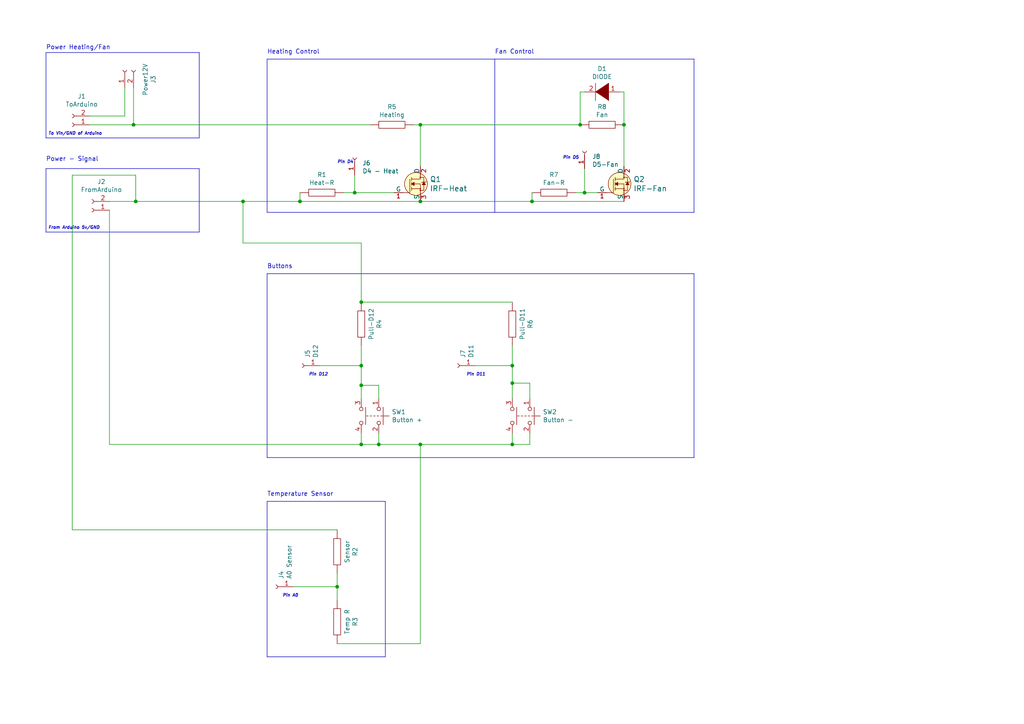
<source format=kicad_sch>
(kicad_sch (version 20230121) (generator eeschema)
  (paper "A4")
  (title_block (title "incubator ") (date "2021-05-22") (rev "Rev 0.8.0") (company "Luis Dinis - altLab") (comment 3 "based on https://www.instructables.com/Incubadora-Garagem-FabLab-Biohackacademy/"))
  (lib_symbols
    (symbol "Controller-rescue:Conn_01x01_Female-Connector" (pin_names (offset 1.016) hide)
      (property "Reference" "J" (at 0 2.54 0))
      (property "Value" "Connector_Conn_01x01_Female" (at 0 -2.54 0))
      (symbol "Conn_01x01_Female-Connector_1_1"
        (polyline (pts (xy -1.27 0) (xy -0.508 0)) (stroke (width 0.1524)))
        (arc (start 0 0.508) (mid -0.5058 0) (end 0 -0.508) (stroke (width 0.1524)))
        (pin passive line (at -5.08 0 0) (length 3.81) (name "Pin_1") (number "1"))
      )
    )
    (symbol "Controller-rescue:Conn_01x02_Female-Connector" (pin_names (offset 1.016) hide)
      (property "Reference" "J" (at 0 2.54 0))
      (property "Value" "Connector_Conn_01x02_Female" (at 0 -5.08 0))
      (symbol "Conn_01x02_Female-Connector_1_1"
        (arc (start 0 -2.032) (mid -0.5058 -2.54) (end 0 -3.048) (stroke (width 0.1524)))
        (polyline (pts (xy -1.27 -2.54) (xy -0.508 -2.54)) (stroke (width 0.1524)))
        (polyline (pts (xy -1.27 0) (xy -0.508 0)) (stroke (width 0.1524)))
        (arc (start 0 0.508) (mid -0.5058 0) (end 0 -0.508) (stroke (width 0.1524)))
        (pin passive line (at -5.08 0 0) (length 3.81) (name "Pin_1") (number "1"))
        (pin passive line (at -5.08 -2.54 0) (length 3.81) (name "Pin_2") (number "2"))
      )
    )
    (symbol "Controller-rescue:DIODE-pspice" (pin_names (offset 1.016) hide)
      (property "Reference" "D" (at 0 3.81 0))
      (property "Value" "pspice_DIODE" (at 0 -4.445 0))
      (symbol "DIODE-pspice_0_1"
        (polyline (pts (xy 1.905 2.54) (xy 1.905 -2.54)))
        (polyline (pts (xy -1.905 2.54) (xy -1.905 -2.54) (xy 1.905 0)) (fill (type outline)))
      )
      (symbol "DIODE-pspice_1_1"
        (pin input line (at -5.08 0 0) (length 3.81) (name "K") (number "1"))
        (pin input line (at 5.08 0 180) (length 3.81) (name "A") (number "2"))
      )
    )
    (symbol "Controller-rescue:IRF540NPBF-dk_Transistors-FETs-MOSFETs-Single" (pin_names (offset 0))
      (property "Reference" "Q" (at -2.6924 3.6322 0))
      (property "Value" "dk_Transistors-FETs-MOSFETs-Single_IRF540NPBF" (at 3.4544 0 90))
      (symbol "IRF540NPBF-dk_Transistors-FETs-MOSFETs-Single_0_1"
        (circle (center -1.27 0) (radius 3.302) (fill (type background)))
        (circle (center 0 -1.905) (radius 0.127))
        (circle (center 0 -1.397) (radius 0.127))
        (polyline (pts (xy 0 -1.397) (xy -2.54 -1.397)))
        (polyline (pts (xy 0.508 0.508) (xy 0.3556 0.3556)))
        (polyline (pts (xy 1.524 0.508) (xy 1.7272 0.6604)))
        (polyline (pts (xy -5.08 -2.54) (xy -3.048 -2.54) (xy -3.048 1.397)))
        (polyline (pts (xy 0 -2.54) (xy 0 0) (xy -2.54 0)))
        (polyline (pts (xy 0 2.54) (xy 0 1.397) (xy -2.54 1.397)))
        (polyline (pts (xy -0.127 -1.905) (xy 1.016 -1.905) (xy 1.016 1.397) (xy 1.016 1.905) (xy -0.127 1.905)))
        (circle (center 0 1.905) (radius 0.127))
      )
      (symbol "IRF540NPBF-dk_Transistors-FETs-MOSFETs-Single_1_1"
        (polyline (pts (xy -2.54 -1.397) (xy -2.54 -1.905)))
        (polyline (pts (xy -2.54 -1.397) (xy -2.54 -0.889)))
        (polyline (pts (xy -2.54 0) (xy -2.54 -0.508)))
        (polyline (pts (xy -2.54 0) (xy -2.54 0.508)))
        (polyline (pts (xy -2.54 1.905) (xy -2.54 0.889)))
        (polyline (pts (xy 1.524 0.508) (xy 0.508 0.508)))
        (polyline (pts (xy -2.54 0) (xy -1.778 0.508) (xy -1.778 -0.508) (xy -2.54 0)) (fill (type outline)))
        (polyline (pts (xy 1.016 0.508) (xy 0.508 -0.254) (xy 1.524 -0.254) (xy 1.016 0.508)) (fill (type outline)))
        (pin bidirectional line (at -7.62 -2.54 0) (length 2.54) (name "G") (number "1"))
        (pin bidirectional line (at 0 5.08 270) (length 2.54) (name "D") (number "2"))
        (pin bidirectional line (at 0 -5.08 90) (length 2.54) (name "S") (number "3"))
      )
    )
    (symbol "Controller-rescue:R-pspice" (pin_numbers hide) (pin_names (offset 0))
      (property "Reference" "R" (at 2.032 0 90))
      (property "Value" "pspice_R" (at 0 0 90))
      (symbol "R-pspice_0_1"
        (rectangle (start -1.016 3.81) (end 1.016 -3.81))
      )
      (symbol "R-pspice_1_1"
        (pin passive line (at 0 6.35 270) (length 2.54) (name "~") (number "1"))
        (pin passive line (at 0 -6.35 90) (length 2.54) (name "~") (number "2"))
      )
    )
    (symbol "Switch:SW_Push_Dual" (pin_names (offset 1.016) hide)
      (property "Reference" "SW" (at 1.27 2.54 0))
      (property "Value" "SW_Push_Dual" (at 0 -6.858 0))
      (symbol "SW_Push_Dual_0_1"
        (circle (center -2.032 -5.08) (radius 0.508))
        (circle (center -2.032 0) (radius 0.508))
        (polyline (pts (xy 0 -3.048) (xy 0 -3.556)))
        (polyline (pts (xy 0 -2.032) (xy 0 -2.54)))
        (polyline (pts (xy 0 -1.524) (xy 0 -1.016)))
        (polyline (pts (xy 0 -0.508) (xy 0 0)))
        (polyline (pts (xy 0 0.508) (xy 0 1.016)))
        (polyline (pts (xy 0 1.27) (xy 0 3.048)))
        (polyline (pts (xy 2.54 -3.81) (xy -2.54 -3.81)))
        (polyline (pts (xy 2.54 1.27) (xy -2.54 1.27)))
        (circle (center 2.032 -5.08) (radius 0.508))
        (circle (center 2.032 0) (radius 0.508))
        (pin passive line (at -5.08 0 0) (length 2.54) (name "1") (number "1"))
        (pin passive line (at 5.08 0 180) (length 2.54) (name "2") (number "2"))
        (pin passive line (at -5.08 -5.08 0) (length 2.54) (name "3") (number "3"))
        (pin passive line (at 5.08 -5.08 180) (length 2.54) (name "4") (number "4"))
      )
    )
  )
  (junction (at 104.775 106.045))
  (junction (at 169.545 55.88))
  (junction (at 86.995 58.42))
  (junction (at 70.485 58.42))
  (junction (at 104.775 87.63))
  (junction (at 39.37 58.42))
  (junction (at 104.775 128.905))
  (junction (at 121.92 58.42))
  (junction (at 104.775 111.76))
  (junction (at 148.59 111.125))
  (junction (at 121.92 128.905))
  (junction (at 121.92 36.195))
  (junction (at 148.59 128.905))
  (junction (at 109.855 128.905))
  (junction (at 97.79 170.18))
  (junction (at 168.275 36.195))
  (junction (at 180.975 36.195))
  (junction (at 38.735 36.195))
  (junction (at 148.59 106.045))
  (junction (at 154.305 58.42))
  (junction (at 102.87 55.88))
  (wire (pts (xy 154.305 55.88) (xy 154.305 58.42)))
  (wire (pts (xy 26.035 36.195) (xy 38.735 36.195)))
  (polyline (pts (xy 57.785 15.24) (xy 57.785 40.005)))
  (polyline (pts (xy 77.47 79.375) (xy 77.47 132.715)))
  (wire (pts (xy 38.735 36.195) (xy 107.315 36.195)))
  (wire (pts (xy 180.975 26.67) (xy 180.975 36.195)))
  (wire (pts (xy 104.775 128.905) (xy 31.75 128.905)))
  (polyline (pts (xy 77.47 17.145) (xy 77.47 61.595)))
  (polyline (pts (xy 57.785 48.895) (xy 13.335 48.895)))
  (polyline (pts (xy 143.51 17.145) (xy 143.51 61.595)))
  (polyline (pts (xy 201.295 61.595) (xy 201.295 17.145)))
  (wire (pts (xy 39.37 58.42) (xy 31.75 58.42)))
  (wire (pts (xy 86.995 58.42) (xy 70.485 58.42)))
  (wire (pts (xy 148.59 111.125) (xy 148.59 115.57)))
  (wire (pts (xy 121.92 36.195) (xy 168.275 36.195)))
  (wire (pts (xy 104.775 106.045) (xy 104.775 111.76)))
  (polyline (pts (xy 13.335 67.31) (xy 57.785 67.31)))
  (wire (pts (xy 85.09 170.18) (xy 97.79 170.18)))
  (wire (pts (xy 99.695 55.88) (xy 102.87 55.88)))
  (polyline (pts (xy 111.76 145.415) (xy 77.47 145.415)))
  (wire (pts (xy 121.92 186.69) (xy 121.92 128.905)))
  (wire (pts (xy 97.79 170.18) (xy 97.79 173.99)))
  (wire (pts (xy 169.545 48.895) (xy 169.545 55.88)))
  (wire (pts (xy 153.67 128.905) (xy 148.59 128.905)))
  (polyline (pts (xy 111.76 190.5) (xy 111.76 145.415)))
  (polyline (pts (xy 13.335 15.24) (xy 13.335 40.005)))
  (wire (pts (xy 102.87 55.88) (xy 114.3 55.88)))
  (wire (pts (xy 39.37 58.42) (xy 70.485 58.42)))
  (wire (pts (xy 104.775 128.905) (xy 104.775 125.73)))
  (wire (pts (xy 153.67 115.57) (xy 153.67 111.125)))
  (wire (pts (xy 104.775 87.63) (xy 104.775 70.485)))
  (wire (pts (xy 104.775 100.33) (xy 104.775 106.045)))
  (wire (pts (xy 180.975 36.195) (xy 180.975 48.26)))
  (wire (pts (xy 97.79 186.69) (xy 121.92 186.69)))
  (wire (pts (xy 109.855 111.76) (xy 104.775 111.76)))
  (wire (pts (xy 121.92 58.42) (xy 86.995 58.42)))
  (polyline (pts (xy 13.335 40.005) (xy 57.785 40.005)))
  (wire (pts (xy 154.305 58.42) (xy 180.975 58.42)))
  (wire (pts (xy 104.775 111.76) (xy 104.775 115.57)))
  (wire (pts (xy 36.195 25.4) (xy 36.195 33.655)))
  (wire (pts (xy 137.795 106.045) (xy 148.59 106.045)))
  (wire (pts (xy 97.79 166.37) (xy 97.79 170.18)))
  (polyline (pts (xy 77.47 61.595) (xy 201.295 61.595)))
  (wire (pts (xy 179.705 26.67) (xy 180.975 26.67)))
  (polyline (pts (xy 77.47 145.415) (xy 77.47 190.5)))
  (wire (pts (xy 148.59 100.33) (xy 148.59 106.045)))
  (wire (pts (xy 109.855 128.905) (xy 104.775 128.905)))
  (polyline (pts (xy 77.47 190.5) (xy 111.76 190.5)))
  (wire (pts (xy 148.59 87.63) (xy 104.775 87.63)))
  (wire (pts (xy 20.955 153.67) (xy 20.955 50.8)))
  (wire (pts (xy 38.735 25.4) (xy 38.735 36.195)))
  (wire (pts (xy 121.92 128.905) (xy 109.855 128.905)))
  (wire (pts (xy 169.545 26.67) (xy 168.275 26.67)))
  (wire (pts (xy 39.37 50.8) (xy 39.37 58.42)))
  (wire (pts (xy 167.005 55.88) (xy 169.545 55.88)))
  (wire (pts (xy 121.92 58.42) (xy 154.305 58.42)))
  (wire (pts (xy 102.87 50.8) (xy 102.87 55.88)))
  (polyline (pts (xy 57.785 15.24) (xy 13.335 15.24)))
  (wire (pts (xy 168.275 26.67) (xy 168.275 36.195)))
  (wire (pts (xy 36.195 33.655) (xy 26.035 33.655)))
  (wire (pts (xy 148.59 106.045) (xy 148.59 111.125)))
  (wire (pts (xy 70.485 70.485) (xy 70.485 58.42)))
  (polyline (pts (xy 13.335 48.895) (xy 13.335 67.31)))
  (wire (pts (xy 153.67 125.73) (xy 153.67 128.905)))
  (polyline (pts (xy 201.295 132.715) (xy 201.295 79.375)))
  (polyline (pts (xy 201.295 79.375) (xy 77.47 79.375)))
  (wire (pts (xy 104.775 70.485) (xy 70.485 70.485)))
  (wire (pts (xy 31.75 128.905) (xy 31.75 60.96)))
  (wire (pts (xy 20.955 50.8) (xy 39.37 50.8)))
  (wire (pts (xy 121.92 48.26) (xy 121.92 36.195)))
  (wire (pts (xy 92.71 106.045) (xy 104.775 106.045)))
  (polyline (pts (xy 57.785 67.31) (xy 57.785 48.895)))
  (polyline (pts (xy 201.295 17.145) (xy 77.47 17.145)))
  (wire (pts (xy 86.995 55.88) (xy 86.995 58.42)))
  (polyline (pts (xy 77.47 132.715) (xy 201.295 132.715)))
  (wire (pts (xy 120.015 36.195) (xy 121.92 36.195)))
  (wire (pts (xy 109.855 125.73) (xy 109.855 128.905)))
  (wire (pts (xy 169.545 55.88) (xy 173.355 55.88)))
  (wire (pts (xy 148.59 128.905) (xy 121.92 128.905)))
  (wire (pts (xy 109.855 115.57) (xy 109.855 111.76)))
  (wire (pts (xy 148.59 125.73) (xy 148.59 128.905)))
  (wire (pts (xy 97.79 153.67) (xy 20.955 153.67)))
  (wire (pts (xy 153.67 111.125) (xy 148.59 111.125)))
  (text "Buttons" (at 77.47 78.105 0) (effects (font (size 1.27 1.27)) (justify left bottom)))
  (text "Heating Control" (at 77.47 15.875 0) (effects (font (size 1.27 1.27)) (justify left bottom)))
  (text "Power - Signal" (at 13.335 46.99 0) (effects (font (size 1.27 1.27)) (justify left bottom)))
  (text "From Arduino 5v/GND" (at 13.97 66.675 0) (effects (font (size 0.889 0.889) (thickness 0.1778) bold italic) (justify left bottom)))
  (text "Pin A0" (at 81.915 173.355 0) (effects (font (size 0.889 0.889) (thickness 0.1778) bold italic) (justify left bottom)))
  (text "Pin D11" (at 135.255 109.22 0) (effects (font (size 0.889 0.889) (thickness 0.1778) bold italic) (justify left bottom)))
  (text "Pin D4" (at 97.79 47.625 0) (effects (font (size 0.889 0.889) (thickness 0.1778) bold italic) (justify left bottom)))
  (text "Pin D12" (at 89.535 109.22 0) (effects (font (size 0.889 0.889) (thickness 0.1778) bold italic) (justify left bottom)))
  (text "Fan Control" (at 143.51 15.875 0) (effects (font (size 1.27 1.27)) (justify left bottom)))
  (text "Power Heating/Fan" (at 13.335 14.605 0) (effects (font (size 1.27 1.27)) (justify left bottom)))
  (text "Pin D5" (at 163.195 46.355 0) (effects (font (size 0.889 0.889) (thickness 0.1778) bold italic) (justify left bottom)))
  (text "To Vin/GND of Arduino" (at 13.97 39.37 0) (effects (font (size 0.889 0.889) (thickness 0.1778) bold italic) (justify left bottom)))
  (text "Temperature Sensor" (at 77.47 144.145 0) (effects (font (size 1.27 1.27)) (justify left bottom)))
  (symbol (lib_id "Controller-rescue:IRF540NPBF-dk_Transistors-FETs-MOSFETs-Single") (at 121.92 53.34 0) (unit 1)
    (property "Reference" "Q1" (at 124.6632 51.9938 0) (effects (font (size 1.524 1.524)) (justify left)))
    (property "Value" "IRF-Heat" (at 124.6632 54.6862 0) (effects (font (size 1.524 1.524)) (justify left)))
    (property "Footprint" "Package_TO_SOT_THT:TO-220-3_Vertical" (effects hide))
    (property "Datasheet" "https://www.infineon.com/dgdl/irf540npbf.pdf?fileId=5546d462533600a4015355e39f0d19a1" (effects hide))
    (property "Digi-Key_PN" "IRF540NPBF-ND" (effects hide))
    (property "MPN" "IRF540NPBF" (effects hide))
    (property "Category" "Discrete Semiconductor Products" (effects hide))
    (property "Family" "Transistors - FETs, MOSFETs - Single" (effects hide))
    (property "DK_Datasheet_Link" "https://www.infineon.com/dgdl/irf540npbf.pdf?fileId=5546d462533600a4015355e39f0d19a1" (effects hide))
    (property "DK_Detail_Page" "/product-detail/en/infineon-technologies/IRF540NPBF/IRF540NPBF-ND/811869" (effects hide))
    (property "Description" "MOSFET N-CH 100V 33A TO-220AB" (effects hide))
    (property "Manufacturer" "Infineon Technologies" (effects hide))
    (property "Status" "Active" (effects hide))
  )
  (symbol (lib_id "Controller-rescue:IRF540NPBF-dk_Transistors-FETs-MOSFETs-Single") (at 180.975 53.34 0) (unit 1)
    (property "Reference" "Q2" (at 183.7182 51.9938 0) (effects (font (size 1.524 1.524)) (justify left)))
    (property "Value" "IRF-Fan" (at 183.7182 54.6862 0) (effects (font (size 1.524 1.524)) (justify left)))
    (property "Footprint" "Package_TO_SOT_THT:TO-220-3_Vertical" (effects hide))
    (property "Datasheet" "https://www.infineon.com/dgdl/irf540npbf.pdf?fileId=5546d462533600a4015355e39f0d19a1" (effects hide))
    (property "Digi-Key_PN" "IRF540NPBF-ND" (effects hide))
    (property "MPN" "IRF540NPBF" (effects hide))
    (property "Category" "Discrete Semiconductor Products" (effects hide))
    (property "Family" "Transistors - FETs, MOSFETs - Single" (effects hide))
    (property "DK_Datasheet_Link" "https://www.infineon.com/dgdl/irf540npbf.pdf?fileId=5546d462533600a4015355e39f0d19a1" (effects hide))
    (property "DK_Detail_Page" "/product-detail/en/infineon-technologies/IRF540NPBF/IRF540NPBF-ND/811869" (effects hide))
    (property "Description" "MOSFET N-CH 100V 33A TO-220AB" (effects hide))
    (property "Manufacturer" "Infineon Technologies" (effects hide))
    (property "Status" "Active" (effects hide))
  )
  (symbol (lib_id "Controller-rescue:Conn_01x02_Female-Connector") (at 26.67 60.96 180) (unit 1)
    (property "Reference" "J2" (at 29.4132 52.705 0))
    (property "Value" "FromArduino" (at 29.4132 55.0164 0))
    (property "Footprint" "Connector_PinSocket_2.54mm:PinSocket_1x02_P2.54mm_Vertical" (effects hide))
  )
  (symbol (lib_id "Controller-rescue:R-pspice") (at 93.345 55.88 270) (unit 1)
    (property "Reference" "R1" (at 93.345 50.673 90))
    (property "Value" "Heat-R" (at 93.345 52.9844 90))
    (property "Footprint" "Resistor_THT:R_Axial_DIN0411_L9.9mm_D3.6mm_P12.70mm_Horizontal" (effects hide))
  )
  (symbol (lib_id "Controller-rescue:R-pspice") (at 160.655 55.88 270) (unit 1)
    (property "Reference" "R7" (at 160.655 50.673 90))
    (property "Value" "Fan-R" (at 160.655 52.9844 90))
    (property "Footprint" "Resistor_THT:R_Axial_DIN0411_L9.9mm_D3.6mm_P12.70mm_Horizontal" (effects hide))
  )
  (symbol (lib_id "Controller-rescue:Conn_01x01_Female-Connector") (at 169.545 43.815 90) (unit 1)
    (property "Reference" "J8" (at 171.7802 45.3898 90) (effects (justify right)))
    (property "Value" "D5-Fan" (at 171.7802 47.7012 90) (effects (justify right)))
    (property "Footprint" "Connector_PinSocket_2.54mm:PinSocket_1x01_P2.54mm_Vertical" (effects hide))
  )
  (symbol (lib_id "Controller-rescue:Conn_01x01_Female-Connector") (at 102.87 45.72 90) (unit 1)
    (property "Reference" "J6" (at 105.1052 47.2948 90) (effects (justify right)))
    (property "Value" "D4 - Heat" (at 105.1052 49.6062 90) (effects (justify right)))
    (property "Footprint" "Connector_PinSocket_2.54mm:PinSocket_1x01_P2.54mm_Vertical" (effects hide))
  )
  (symbol (lib_id "Controller-rescue:R-pspice") (at 174.625 36.195 270) (unit 1)
    (property "Reference" "R8" (at 174.625 30.988 90))
    (property "Value" "Fan" (at 174.625 33.2994 90))
    (property "Footprint" "Connector_PinSocket_2.54mm:PinSocket_1x02_P2.54mm_Vertical" (effects hide))
  )
  (symbol (lib_id "Controller-rescue:R-pspice") (at 113.665 36.195 270) (unit 1)
    (property "Reference" "R5" (at 113.665 30.988 90))
    (property "Value" "Heating" (at 113.665 33.2994 90))
    (property "Footprint" "Connector_PinSocket_2.54mm:PinSocket_1x02_P2.54mm_Vertical" (effects hide))
  )
  (symbol (lib_id "Controller-rescue:Conn_01x02_Female-Connector") (at 20.955 36.195 180) (unit 1)
    (property "Reference" "J1" (at 23.6982 27.94 0))
    (property "Value" "ToArduino" (at 23.6982 30.2514 0))
    (property "Footprint" "Connector_PinSocket_2.54mm:PinSocket_1x02_P2.54mm_Vertical" (effects hide))
  )
  (symbol (lib_id "Controller-rescue:DIODE-pspice") (at 174.625 26.67 180) (unit 1)
    (property "Reference" "D1" (at 174.625 19.939 0))
    (property "Value" "DIODE" (at 174.625 22.2504 0))
    (property "Footprint" "Diode_THT:D_DO-15_P15.24mm_Horizontal" (effects hide))
  )
  (symbol (lib_id "Switch:SW_Push_Dual") (at 109.855 120.65 270) (unit 1)
    (property "Reference" "SW1" (at 113.6142 119.4816 90) (effects (justify left)))
    (property "Value" "Button +" (at 113.6142 121.793 90) (effects (justify left)))
    (property "Footprint" "Connector_PinSocket_2.54mm:PinSocket_1x02_P2.54mm_Vertical" (effects hide))
  )
  (symbol (lib_id "Controller-rescue:R-pspice") (at 104.775 93.98 180) (unit 1)
    (property "Reference" "R4" (at 109.982 93.98 90))
    (property "Value" "Pull-D12" (at 107.6706 93.98 90))
    (property "Footprint" "Resistor_THT:R_Axial_DIN0411_L9.9mm_D3.6mm_P12.70mm_Horizontal" (effects hide))
  )
  (symbol (lib_id "Controller-rescue:Conn_01x01_Female-Connector") (at 87.63 106.045 180) (unit 1)
    (property "Reference" "J5" (at 89.2048 103.8098 90) (effects (justify right)))
    (property "Value" "D12" (at 91.5162 103.8098 90) (effects (justify right)))
    (property "Footprint" "Connector_PinSocket_2.54mm:PinSocket_1x01_P2.54mm_Vertical" (effects hide))
  )
  (symbol (lib_id "Controller-rescue:R-pspice") (at 148.59 93.98 180) (unit 1)
    (property "Reference" "R6" (at 153.797 93.98 90))
    (property "Value" "Pull-D11" (at 151.4856 93.98 90))
    (property "Footprint" "Resistor_THT:R_Axial_DIN0411_L9.9mm_D3.6mm_P12.70mm_Horizontal" (effects hide))
  )
  (symbol (lib_id "Switch:SW_Push_Dual") (at 153.67 120.65 270) (unit 1)
    (property "Reference" "SW2" (at 157.4292 119.4816 90) (effects (justify left)))
    (property "Value" "Button -" (at 157.4292 121.793 90) (effects (justify left)))
    (property "Footprint" "Connector_PinSocket_2.54mm:PinSocket_1x02_P2.54mm_Vertical" (effects hide))
  )
  (symbol (lib_id "Controller-rescue:Conn_01x01_Female-Connector") (at 132.715 106.045 180) (unit 1)
    (property "Reference" "J7" (at 134.2898 103.8098 90) (effects (justify right)))
    (property "Value" "D11" (at 136.6012 103.8098 90) (effects (justify right)))
    (property "Footprint" "Connector_PinSocket_2.54mm:PinSocket_1x01_P2.54mm_Vertical" (effects hide))
  )
  (symbol (lib_id "Controller-rescue:R-pspice") (at 97.79 160.02 180) (unit 1)
    (property "Reference" "R2" (at 102.997 160.02 90))
    (property "Value" "Sensor" (at 100.6856 160.02 90))
    (property "Footprint" "Connector_PinSocket_2.54mm:PinSocket_1x02_P2.54mm_Vertical" (effects hide))
  )
  (symbol (lib_id "Controller-rescue:R-pspice") (at 97.79 180.34 180) (unit 1)
    (property "Reference" "R3" (at 102.997 180.34 90))
    (property "Value" "Temp R" (at 100.6856 180.34 90))
    (property "Footprint" "Resistor_THT:R_Axial_DIN0411_L9.9mm_D3.6mm_P12.70mm_Horizontal" (effects hide))
  )
  (symbol (lib_id "Controller-rescue:Conn_01x01_Female-Connector") (at 80.01 170.18 180) (unit 1)
    (property "Reference" "J4" (at 81.5848 167.9448 90) (effects (justify right)))
    (property "Value" "A0 Sensor" (at 83.8962 167.9448 90) (effects (justify right)))
    (property "Footprint" "Connector_PinSocket_2.54mm:PinSocket_1x01_P2.54mm_Vertical" (effects hide))
  )
  (symbol (lib_id "Controller-rescue:Conn_01x02_Female-Connector") (at 36.195 20.32 90) (unit 1)
    (property "Reference" "J3" (at 44.45 23.0632 0))
    (property "Value" "Power12V" (at 42.1386 23.0632 0))
    (property "Footprint" "Connector_BarrelJack:BarrelJack_CUI_PJ-063AH_Horizontal" (effects hide))
  )
)
</source>
